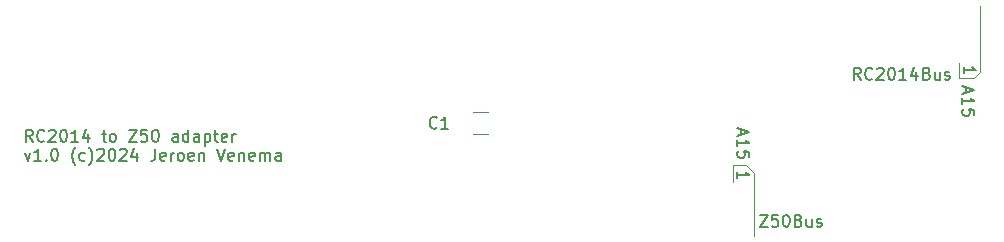
<source format=gto>
G04 #@! TF.GenerationSoftware,KiCad,Pcbnew,8.0.3*
G04 #@! TF.CreationDate,2024-06-22T11:38:29+02:00*
G04 #@! TF.ProjectId,z502rc2014,7a353032-7263-4323-9031-342e6b696361,rev?*
G04 #@! TF.SameCoordinates,Original*
G04 #@! TF.FileFunction,Legend,Top*
G04 #@! TF.FilePolarity,Positive*
%FSLAX46Y46*%
G04 Gerber Fmt 4.6, Leading zero omitted, Abs format (unit mm)*
G04 Created by KiCad (PCBNEW 8.0.3) date 2024-06-22 11:38:29*
%MOMM*%
%LPD*%
G01*
G04 APERTURE LIST*
%ADD10C,0.150000*%
%ADD11C,0.120000*%
%ADD12C,0.100000*%
%ADD13C,1.600000*%
%ADD14R,1.524000X4.500000*%
G04 APERTURE END LIST*
D10*
X254162112Y-99930009D02*
X254304969Y-99977628D01*
X254304969Y-99977628D02*
X254352588Y-100025247D01*
X254352588Y-100025247D02*
X254400207Y-100120485D01*
X254400207Y-100120485D02*
X254400207Y-100263342D01*
X254400207Y-100263342D02*
X254352588Y-100358580D01*
X254352588Y-100358580D02*
X254304969Y-100406200D01*
X254304969Y-100406200D02*
X254209731Y-100453819D01*
X254209731Y-100453819D02*
X253828779Y-100453819D01*
X253828779Y-100453819D02*
X253828779Y-99453819D01*
X253828779Y-99453819D02*
X254162112Y-99453819D01*
X254162112Y-99453819D02*
X254257350Y-99501438D01*
X254257350Y-99501438D02*
X254304969Y-99549057D01*
X254304969Y-99549057D02*
X254352588Y-99644295D01*
X254352588Y-99644295D02*
X254352588Y-99739533D01*
X254352588Y-99739533D02*
X254304969Y-99834771D01*
X254304969Y-99834771D02*
X254257350Y-99882390D01*
X254257350Y-99882390D02*
X254162112Y-99930009D01*
X254162112Y-99930009D02*
X253828779Y-99930009D01*
X255257350Y-99787152D02*
X255257350Y-100453819D01*
X254828779Y-99787152D02*
X254828779Y-100310961D01*
X254828779Y-100310961D02*
X254876398Y-100406200D01*
X254876398Y-100406200D02*
X254971636Y-100453819D01*
X254971636Y-100453819D02*
X255114493Y-100453819D01*
X255114493Y-100453819D02*
X255209731Y-100406200D01*
X255209731Y-100406200D02*
X255257350Y-100358580D01*
X255685922Y-100406200D02*
X255781160Y-100453819D01*
X255781160Y-100453819D02*
X255971636Y-100453819D01*
X255971636Y-100453819D02*
X256066874Y-100406200D01*
X256066874Y-100406200D02*
X256114493Y-100310961D01*
X256114493Y-100310961D02*
X256114493Y-100263342D01*
X256114493Y-100263342D02*
X256066874Y-100168104D01*
X256066874Y-100168104D02*
X255971636Y-100120485D01*
X255971636Y-100120485D02*
X255828779Y-100120485D01*
X255828779Y-100120485D02*
X255733541Y-100072866D01*
X255733541Y-100072866D02*
X255685922Y-99977628D01*
X255685922Y-99977628D02*
X255685922Y-99930009D01*
X255685922Y-99930009D02*
X255733541Y-99834771D01*
X255733541Y-99834771D02*
X255828779Y-99787152D01*
X255828779Y-99787152D02*
X255971636Y-99787152D01*
X255971636Y-99787152D02*
X256066874Y-99834771D01*
X178454207Y-105701875D02*
X178120874Y-105225684D01*
X177882779Y-105701875D02*
X177882779Y-104701875D01*
X177882779Y-104701875D02*
X178263731Y-104701875D01*
X178263731Y-104701875D02*
X178358969Y-104749494D01*
X178358969Y-104749494D02*
X178406588Y-104797113D01*
X178406588Y-104797113D02*
X178454207Y-104892351D01*
X178454207Y-104892351D02*
X178454207Y-105035208D01*
X178454207Y-105035208D02*
X178406588Y-105130446D01*
X178406588Y-105130446D02*
X178358969Y-105178065D01*
X178358969Y-105178065D02*
X178263731Y-105225684D01*
X178263731Y-105225684D02*
X177882779Y-105225684D01*
X179454207Y-105606636D02*
X179406588Y-105654256D01*
X179406588Y-105654256D02*
X179263731Y-105701875D01*
X179263731Y-105701875D02*
X179168493Y-105701875D01*
X179168493Y-105701875D02*
X179025636Y-105654256D01*
X179025636Y-105654256D02*
X178930398Y-105559017D01*
X178930398Y-105559017D02*
X178882779Y-105463779D01*
X178882779Y-105463779D02*
X178835160Y-105273303D01*
X178835160Y-105273303D02*
X178835160Y-105130446D01*
X178835160Y-105130446D02*
X178882779Y-104939970D01*
X178882779Y-104939970D02*
X178930398Y-104844732D01*
X178930398Y-104844732D02*
X179025636Y-104749494D01*
X179025636Y-104749494D02*
X179168493Y-104701875D01*
X179168493Y-104701875D02*
X179263731Y-104701875D01*
X179263731Y-104701875D02*
X179406588Y-104749494D01*
X179406588Y-104749494D02*
X179454207Y-104797113D01*
X179835160Y-104797113D02*
X179882779Y-104749494D01*
X179882779Y-104749494D02*
X179978017Y-104701875D01*
X179978017Y-104701875D02*
X180216112Y-104701875D01*
X180216112Y-104701875D02*
X180311350Y-104749494D01*
X180311350Y-104749494D02*
X180358969Y-104797113D01*
X180358969Y-104797113D02*
X180406588Y-104892351D01*
X180406588Y-104892351D02*
X180406588Y-104987589D01*
X180406588Y-104987589D02*
X180358969Y-105130446D01*
X180358969Y-105130446D02*
X179787541Y-105701875D01*
X179787541Y-105701875D02*
X180406588Y-105701875D01*
X181025636Y-104701875D02*
X181120874Y-104701875D01*
X181120874Y-104701875D02*
X181216112Y-104749494D01*
X181216112Y-104749494D02*
X181263731Y-104797113D01*
X181263731Y-104797113D02*
X181311350Y-104892351D01*
X181311350Y-104892351D02*
X181358969Y-105082827D01*
X181358969Y-105082827D02*
X181358969Y-105320922D01*
X181358969Y-105320922D02*
X181311350Y-105511398D01*
X181311350Y-105511398D02*
X181263731Y-105606636D01*
X181263731Y-105606636D02*
X181216112Y-105654256D01*
X181216112Y-105654256D02*
X181120874Y-105701875D01*
X181120874Y-105701875D02*
X181025636Y-105701875D01*
X181025636Y-105701875D02*
X180930398Y-105654256D01*
X180930398Y-105654256D02*
X180882779Y-105606636D01*
X180882779Y-105606636D02*
X180835160Y-105511398D01*
X180835160Y-105511398D02*
X180787541Y-105320922D01*
X180787541Y-105320922D02*
X180787541Y-105082827D01*
X180787541Y-105082827D02*
X180835160Y-104892351D01*
X180835160Y-104892351D02*
X180882779Y-104797113D01*
X180882779Y-104797113D02*
X180930398Y-104749494D01*
X180930398Y-104749494D02*
X181025636Y-104701875D01*
X182311350Y-105701875D02*
X181739922Y-105701875D01*
X182025636Y-105701875D02*
X182025636Y-104701875D01*
X182025636Y-104701875D02*
X181930398Y-104844732D01*
X181930398Y-104844732D02*
X181835160Y-104939970D01*
X181835160Y-104939970D02*
X181739922Y-104987589D01*
X183168493Y-105035208D02*
X183168493Y-105701875D01*
X182930398Y-104654256D02*
X182692303Y-105368541D01*
X182692303Y-105368541D02*
X183311350Y-105368541D01*
X184311351Y-105035208D02*
X184692303Y-105035208D01*
X184454208Y-104701875D02*
X184454208Y-105559017D01*
X184454208Y-105559017D02*
X184501827Y-105654256D01*
X184501827Y-105654256D02*
X184597065Y-105701875D01*
X184597065Y-105701875D02*
X184692303Y-105701875D01*
X185168494Y-105701875D02*
X185073256Y-105654256D01*
X185073256Y-105654256D02*
X185025637Y-105606636D01*
X185025637Y-105606636D02*
X184978018Y-105511398D01*
X184978018Y-105511398D02*
X184978018Y-105225684D01*
X184978018Y-105225684D02*
X185025637Y-105130446D01*
X185025637Y-105130446D02*
X185073256Y-105082827D01*
X185073256Y-105082827D02*
X185168494Y-105035208D01*
X185168494Y-105035208D02*
X185311351Y-105035208D01*
X185311351Y-105035208D02*
X185406589Y-105082827D01*
X185406589Y-105082827D02*
X185454208Y-105130446D01*
X185454208Y-105130446D02*
X185501827Y-105225684D01*
X185501827Y-105225684D02*
X185501827Y-105511398D01*
X185501827Y-105511398D02*
X185454208Y-105606636D01*
X185454208Y-105606636D02*
X185406589Y-105654256D01*
X185406589Y-105654256D02*
X185311351Y-105701875D01*
X185311351Y-105701875D02*
X185168494Y-105701875D01*
X186597066Y-104701875D02*
X187263732Y-104701875D01*
X187263732Y-104701875D02*
X186597066Y-105701875D01*
X186597066Y-105701875D02*
X187263732Y-105701875D01*
X188120875Y-104701875D02*
X187644685Y-104701875D01*
X187644685Y-104701875D02*
X187597066Y-105178065D01*
X187597066Y-105178065D02*
X187644685Y-105130446D01*
X187644685Y-105130446D02*
X187739923Y-105082827D01*
X187739923Y-105082827D02*
X187978018Y-105082827D01*
X187978018Y-105082827D02*
X188073256Y-105130446D01*
X188073256Y-105130446D02*
X188120875Y-105178065D01*
X188120875Y-105178065D02*
X188168494Y-105273303D01*
X188168494Y-105273303D02*
X188168494Y-105511398D01*
X188168494Y-105511398D02*
X188120875Y-105606636D01*
X188120875Y-105606636D02*
X188073256Y-105654256D01*
X188073256Y-105654256D02*
X187978018Y-105701875D01*
X187978018Y-105701875D02*
X187739923Y-105701875D01*
X187739923Y-105701875D02*
X187644685Y-105654256D01*
X187644685Y-105654256D02*
X187597066Y-105606636D01*
X188787542Y-104701875D02*
X188882780Y-104701875D01*
X188882780Y-104701875D02*
X188978018Y-104749494D01*
X188978018Y-104749494D02*
X189025637Y-104797113D01*
X189025637Y-104797113D02*
X189073256Y-104892351D01*
X189073256Y-104892351D02*
X189120875Y-105082827D01*
X189120875Y-105082827D02*
X189120875Y-105320922D01*
X189120875Y-105320922D02*
X189073256Y-105511398D01*
X189073256Y-105511398D02*
X189025637Y-105606636D01*
X189025637Y-105606636D02*
X188978018Y-105654256D01*
X188978018Y-105654256D02*
X188882780Y-105701875D01*
X188882780Y-105701875D02*
X188787542Y-105701875D01*
X188787542Y-105701875D02*
X188692304Y-105654256D01*
X188692304Y-105654256D02*
X188644685Y-105606636D01*
X188644685Y-105606636D02*
X188597066Y-105511398D01*
X188597066Y-105511398D02*
X188549447Y-105320922D01*
X188549447Y-105320922D02*
X188549447Y-105082827D01*
X188549447Y-105082827D02*
X188597066Y-104892351D01*
X188597066Y-104892351D02*
X188644685Y-104797113D01*
X188644685Y-104797113D02*
X188692304Y-104749494D01*
X188692304Y-104749494D02*
X188787542Y-104701875D01*
X190739923Y-105701875D02*
X190739923Y-105178065D01*
X190739923Y-105178065D02*
X190692304Y-105082827D01*
X190692304Y-105082827D02*
X190597066Y-105035208D01*
X190597066Y-105035208D02*
X190406590Y-105035208D01*
X190406590Y-105035208D02*
X190311352Y-105082827D01*
X190739923Y-105654256D02*
X190644685Y-105701875D01*
X190644685Y-105701875D02*
X190406590Y-105701875D01*
X190406590Y-105701875D02*
X190311352Y-105654256D01*
X190311352Y-105654256D02*
X190263733Y-105559017D01*
X190263733Y-105559017D02*
X190263733Y-105463779D01*
X190263733Y-105463779D02*
X190311352Y-105368541D01*
X190311352Y-105368541D02*
X190406590Y-105320922D01*
X190406590Y-105320922D02*
X190644685Y-105320922D01*
X190644685Y-105320922D02*
X190739923Y-105273303D01*
X191644685Y-105701875D02*
X191644685Y-104701875D01*
X191644685Y-105654256D02*
X191549447Y-105701875D01*
X191549447Y-105701875D02*
X191358971Y-105701875D01*
X191358971Y-105701875D02*
X191263733Y-105654256D01*
X191263733Y-105654256D02*
X191216114Y-105606636D01*
X191216114Y-105606636D02*
X191168495Y-105511398D01*
X191168495Y-105511398D02*
X191168495Y-105225684D01*
X191168495Y-105225684D02*
X191216114Y-105130446D01*
X191216114Y-105130446D02*
X191263733Y-105082827D01*
X191263733Y-105082827D02*
X191358971Y-105035208D01*
X191358971Y-105035208D02*
X191549447Y-105035208D01*
X191549447Y-105035208D02*
X191644685Y-105082827D01*
X192549447Y-105701875D02*
X192549447Y-105178065D01*
X192549447Y-105178065D02*
X192501828Y-105082827D01*
X192501828Y-105082827D02*
X192406590Y-105035208D01*
X192406590Y-105035208D02*
X192216114Y-105035208D01*
X192216114Y-105035208D02*
X192120876Y-105082827D01*
X192549447Y-105654256D02*
X192454209Y-105701875D01*
X192454209Y-105701875D02*
X192216114Y-105701875D01*
X192216114Y-105701875D02*
X192120876Y-105654256D01*
X192120876Y-105654256D02*
X192073257Y-105559017D01*
X192073257Y-105559017D02*
X192073257Y-105463779D01*
X192073257Y-105463779D02*
X192120876Y-105368541D01*
X192120876Y-105368541D02*
X192216114Y-105320922D01*
X192216114Y-105320922D02*
X192454209Y-105320922D01*
X192454209Y-105320922D02*
X192549447Y-105273303D01*
X193025638Y-105035208D02*
X193025638Y-106035208D01*
X193025638Y-105082827D02*
X193120876Y-105035208D01*
X193120876Y-105035208D02*
X193311352Y-105035208D01*
X193311352Y-105035208D02*
X193406590Y-105082827D01*
X193406590Y-105082827D02*
X193454209Y-105130446D01*
X193454209Y-105130446D02*
X193501828Y-105225684D01*
X193501828Y-105225684D02*
X193501828Y-105511398D01*
X193501828Y-105511398D02*
X193454209Y-105606636D01*
X193454209Y-105606636D02*
X193406590Y-105654256D01*
X193406590Y-105654256D02*
X193311352Y-105701875D01*
X193311352Y-105701875D02*
X193120876Y-105701875D01*
X193120876Y-105701875D02*
X193025638Y-105654256D01*
X193787543Y-105035208D02*
X194168495Y-105035208D01*
X193930400Y-104701875D02*
X193930400Y-105559017D01*
X193930400Y-105559017D02*
X193978019Y-105654256D01*
X193978019Y-105654256D02*
X194073257Y-105701875D01*
X194073257Y-105701875D02*
X194168495Y-105701875D01*
X194882781Y-105654256D02*
X194787543Y-105701875D01*
X194787543Y-105701875D02*
X194597067Y-105701875D01*
X194597067Y-105701875D02*
X194501829Y-105654256D01*
X194501829Y-105654256D02*
X194454210Y-105559017D01*
X194454210Y-105559017D02*
X194454210Y-105178065D01*
X194454210Y-105178065D02*
X194501829Y-105082827D01*
X194501829Y-105082827D02*
X194597067Y-105035208D01*
X194597067Y-105035208D02*
X194787543Y-105035208D01*
X194787543Y-105035208D02*
X194882781Y-105082827D01*
X194882781Y-105082827D02*
X194930400Y-105178065D01*
X194930400Y-105178065D02*
X194930400Y-105273303D01*
X194930400Y-105273303D02*
X194454210Y-105368541D01*
X195358972Y-105701875D02*
X195358972Y-105035208D01*
X195358972Y-105225684D02*
X195406591Y-105130446D01*
X195406591Y-105130446D02*
X195454210Y-105082827D01*
X195454210Y-105082827D02*
X195549448Y-105035208D01*
X195549448Y-105035208D02*
X195644686Y-105035208D01*
X177787541Y-106645152D02*
X178025636Y-107311819D01*
X178025636Y-107311819D02*
X178263731Y-106645152D01*
X179168493Y-107311819D02*
X178597065Y-107311819D01*
X178882779Y-107311819D02*
X178882779Y-106311819D01*
X178882779Y-106311819D02*
X178787541Y-106454676D01*
X178787541Y-106454676D02*
X178692303Y-106549914D01*
X178692303Y-106549914D02*
X178597065Y-106597533D01*
X179597065Y-107216580D02*
X179644684Y-107264200D01*
X179644684Y-107264200D02*
X179597065Y-107311819D01*
X179597065Y-107311819D02*
X179549446Y-107264200D01*
X179549446Y-107264200D02*
X179597065Y-107216580D01*
X179597065Y-107216580D02*
X179597065Y-107311819D01*
X180263731Y-106311819D02*
X180358969Y-106311819D01*
X180358969Y-106311819D02*
X180454207Y-106359438D01*
X180454207Y-106359438D02*
X180501826Y-106407057D01*
X180501826Y-106407057D02*
X180549445Y-106502295D01*
X180549445Y-106502295D02*
X180597064Y-106692771D01*
X180597064Y-106692771D02*
X180597064Y-106930866D01*
X180597064Y-106930866D02*
X180549445Y-107121342D01*
X180549445Y-107121342D02*
X180501826Y-107216580D01*
X180501826Y-107216580D02*
X180454207Y-107264200D01*
X180454207Y-107264200D02*
X180358969Y-107311819D01*
X180358969Y-107311819D02*
X180263731Y-107311819D01*
X180263731Y-107311819D02*
X180168493Y-107264200D01*
X180168493Y-107264200D02*
X180120874Y-107216580D01*
X180120874Y-107216580D02*
X180073255Y-107121342D01*
X180073255Y-107121342D02*
X180025636Y-106930866D01*
X180025636Y-106930866D02*
X180025636Y-106692771D01*
X180025636Y-106692771D02*
X180073255Y-106502295D01*
X180073255Y-106502295D02*
X180120874Y-106407057D01*
X180120874Y-106407057D02*
X180168493Y-106359438D01*
X180168493Y-106359438D02*
X180263731Y-106311819D01*
X182073255Y-107692771D02*
X182025636Y-107645152D01*
X182025636Y-107645152D02*
X181930398Y-107502295D01*
X181930398Y-107502295D02*
X181882779Y-107407057D01*
X181882779Y-107407057D02*
X181835160Y-107264200D01*
X181835160Y-107264200D02*
X181787541Y-107026104D01*
X181787541Y-107026104D02*
X181787541Y-106835628D01*
X181787541Y-106835628D02*
X181835160Y-106597533D01*
X181835160Y-106597533D02*
X181882779Y-106454676D01*
X181882779Y-106454676D02*
X181930398Y-106359438D01*
X181930398Y-106359438D02*
X182025636Y-106216580D01*
X182025636Y-106216580D02*
X182073255Y-106168961D01*
X182882779Y-107264200D02*
X182787541Y-107311819D01*
X182787541Y-107311819D02*
X182597065Y-107311819D01*
X182597065Y-107311819D02*
X182501827Y-107264200D01*
X182501827Y-107264200D02*
X182454208Y-107216580D01*
X182454208Y-107216580D02*
X182406589Y-107121342D01*
X182406589Y-107121342D02*
X182406589Y-106835628D01*
X182406589Y-106835628D02*
X182454208Y-106740390D01*
X182454208Y-106740390D02*
X182501827Y-106692771D01*
X182501827Y-106692771D02*
X182597065Y-106645152D01*
X182597065Y-106645152D02*
X182787541Y-106645152D01*
X182787541Y-106645152D02*
X182882779Y-106692771D01*
X183216113Y-107692771D02*
X183263732Y-107645152D01*
X183263732Y-107645152D02*
X183358970Y-107502295D01*
X183358970Y-107502295D02*
X183406589Y-107407057D01*
X183406589Y-107407057D02*
X183454208Y-107264200D01*
X183454208Y-107264200D02*
X183501827Y-107026104D01*
X183501827Y-107026104D02*
X183501827Y-106835628D01*
X183501827Y-106835628D02*
X183454208Y-106597533D01*
X183454208Y-106597533D02*
X183406589Y-106454676D01*
X183406589Y-106454676D02*
X183358970Y-106359438D01*
X183358970Y-106359438D02*
X183263732Y-106216580D01*
X183263732Y-106216580D02*
X183216113Y-106168961D01*
X183930399Y-106407057D02*
X183978018Y-106359438D01*
X183978018Y-106359438D02*
X184073256Y-106311819D01*
X184073256Y-106311819D02*
X184311351Y-106311819D01*
X184311351Y-106311819D02*
X184406589Y-106359438D01*
X184406589Y-106359438D02*
X184454208Y-106407057D01*
X184454208Y-106407057D02*
X184501827Y-106502295D01*
X184501827Y-106502295D02*
X184501827Y-106597533D01*
X184501827Y-106597533D02*
X184454208Y-106740390D01*
X184454208Y-106740390D02*
X183882780Y-107311819D01*
X183882780Y-107311819D02*
X184501827Y-107311819D01*
X185120875Y-106311819D02*
X185216113Y-106311819D01*
X185216113Y-106311819D02*
X185311351Y-106359438D01*
X185311351Y-106359438D02*
X185358970Y-106407057D01*
X185358970Y-106407057D02*
X185406589Y-106502295D01*
X185406589Y-106502295D02*
X185454208Y-106692771D01*
X185454208Y-106692771D02*
X185454208Y-106930866D01*
X185454208Y-106930866D02*
X185406589Y-107121342D01*
X185406589Y-107121342D02*
X185358970Y-107216580D01*
X185358970Y-107216580D02*
X185311351Y-107264200D01*
X185311351Y-107264200D02*
X185216113Y-107311819D01*
X185216113Y-107311819D02*
X185120875Y-107311819D01*
X185120875Y-107311819D02*
X185025637Y-107264200D01*
X185025637Y-107264200D02*
X184978018Y-107216580D01*
X184978018Y-107216580D02*
X184930399Y-107121342D01*
X184930399Y-107121342D02*
X184882780Y-106930866D01*
X184882780Y-106930866D02*
X184882780Y-106692771D01*
X184882780Y-106692771D02*
X184930399Y-106502295D01*
X184930399Y-106502295D02*
X184978018Y-106407057D01*
X184978018Y-106407057D02*
X185025637Y-106359438D01*
X185025637Y-106359438D02*
X185120875Y-106311819D01*
X185835161Y-106407057D02*
X185882780Y-106359438D01*
X185882780Y-106359438D02*
X185978018Y-106311819D01*
X185978018Y-106311819D02*
X186216113Y-106311819D01*
X186216113Y-106311819D02*
X186311351Y-106359438D01*
X186311351Y-106359438D02*
X186358970Y-106407057D01*
X186358970Y-106407057D02*
X186406589Y-106502295D01*
X186406589Y-106502295D02*
X186406589Y-106597533D01*
X186406589Y-106597533D02*
X186358970Y-106740390D01*
X186358970Y-106740390D02*
X185787542Y-107311819D01*
X185787542Y-107311819D02*
X186406589Y-107311819D01*
X187263732Y-106645152D02*
X187263732Y-107311819D01*
X187025637Y-106264200D02*
X186787542Y-106978485D01*
X186787542Y-106978485D02*
X187406589Y-106978485D01*
X188835161Y-106311819D02*
X188835161Y-107026104D01*
X188835161Y-107026104D02*
X188787542Y-107168961D01*
X188787542Y-107168961D02*
X188692304Y-107264200D01*
X188692304Y-107264200D02*
X188549447Y-107311819D01*
X188549447Y-107311819D02*
X188454209Y-107311819D01*
X189692304Y-107264200D02*
X189597066Y-107311819D01*
X189597066Y-107311819D02*
X189406590Y-107311819D01*
X189406590Y-107311819D02*
X189311352Y-107264200D01*
X189311352Y-107264200D02*
X189263733Y-107168961D01*
X189263733Y-107168961D02*
X189263733Y-106788009D01*
X189263733Y-106788009D02*
X189311352Y-106692771D01*
X189311352Y-106692771D02*
X189406590Y-106645152D01*
X189406590Y-106645152D02*
X189597066Y-106645152D01*
X189597066Y-106645152D02*
X189692304Y-106692771D01*
X189692304Y-106692771D02*
X189739923Y-106788009D01*
X189739923Y-106788009D02*
X189739923Y-106883247D01*
X189739923Y-106883247D02*
X189263733Y-106978485D01*
X190168495Y-107311819D02*
X190168495Y-106645152D01*
X190168495Y-106835628D02*
X190216114Y-106740390D01*
X190216114Y-106740390D02*
X190263733Y-106692771D01*
X190263733Y-106692771D02*
X190358971Y-106645152D01*
X190358971Y-106645152D02*
X190454209Y-106645152D01*
X190930400Y-107311819D02*
X190835162Y-107264200D01*
X190835162Y-107264200D02*
X190787543Y-107216580D01*
X190787543Y-107216580D02*
X190739924Y-107121342D01*
X190739924Y-107121342D02*
X190739924Y-106835628D01*
X190739924Y-106835628D02*
X190787543Y-106740390D01*
X190787543Y-106740390D02*
X190835162Y-106692771D01*
X190835162Y-106692771D02*
X190930400Y-106645152D01*
X190930400Y-106645152D02*
X191073257Y-106645152D01*
X191073257Y-106645152D02*
X191168495Y-106692771D01*
X191168495Y-106692771D02*
X191216114Y-106740390D01*
X191216114Y-106740390D02*
X191263733Y-106835628D01*
X191263733Y-106835628D02*
X191263733Y-107121342D01*
X191263733Y-107121342D02*
X191216114Y-107216580D01*
X191216114Y-107216580D02*
X191168495Y-107264200D01*
X191168495Y-107264200D02*
X191073257Y-107311819D01*
X191073257Y-107311819D02*
X190930400Y-107311819D01*
X192073257Y-107264200D02*
X191978019Y-107311819D01*
X191978019Y-107311819D02*
X191787543Y-107311819D01*
X191787543Y-107311819D02*
X191692305Y-107264200D01*
X191692305Y-107264200D02*
X191644686Y-107168961D01*
X191644686Y-107168961D02*
X191644686Y-106788009D01*
X191644686Y-106788009D02*
X191692305Y-106692771D01*
X191692305Y-106692771D02*
X191787543Y-106645152D01*
X191787543Y-106645152D02*
X191978019Y-106645152D01*
X191978019Y-106645152D02*
X192073257Y-106692771D01*
X192073257Y-106692771D02*
X192120876Y-106788009D01*
X192120876Y-106788009D02*
X192120876Y-106883247D01*
X192120876Y-106883247D02*
X191644686Y-106978485D01*
X192549448Y-106645152D02*
X192549448Y-107311819D01*
X192549448Y-106740390D02*
X192597067Y-106692771D01*
X192597067Y-106692771D02*
X192692305Y-106645152D01*
X192692305Y-106645152D02*
X192835162Y-106645152D01*
X192835162Y-106645152D02*
X192930400Y-106692771D01*
X192930400Y-106692771D02*
X192978019Y-106788009D01*
X192978019Y-106788009D02*
X192978019Y-107311819D01*
X194073258Y-106311819D02*
X194406591Y-107311819D01*
X194406591Y-107311819D02*
X194739924Y-106311819D01*
X195454210Y-107264200D02*
X195358972Y-107311819D01*
X195358972Y-107311819D02*
X195168496Y-107311819D01*
X195168496Y-107311819D02*
X195073258Y-107264200D01*
X195073258Y-107264200D02*
X195025639Y-107168961D01*
X195025639Y-107168961D02*
X195025639Y-106788009D01*
X195025639Y-106788009D02*
X195073258Y-106692771D01*
X195073258Y-106692771D02*
X195168496Y-106645152D01*
X195168496Y-106645152D02*
X195358972Y-106645152D01*
X195358972Y-106645152D02*
X195454210Y-106692771D01*
X195454210Y-106692771D02*
X195501829Y-106788009D01*
X195501829Y-106788009D02*
X195501829Y-106883247D01*
X195501829Y-106883247D02*
X195025639Y-106978485D01*
X195930401Y-106645152D02*
X195930401Y-107311819D01*
X195930401Y-106740390D02*
X195978020Y-106692771D01*
X195978020Y-106692771D02*
X196073258Y-106645152D01*
X196073258Y-106645152D02*
X196216115Y-106645152D01*
X196216115Y-106645152D02*
X196311353Y-106692771D01*
X196311353Y-106692771D02*
X196358972Y-106788009D01*
X196358972Y-106788009D02*
X196358972Y-107311819D01*
X197216115Y-107264200D02*
X197120877Y-107311819D01*
X197120877Y-107311819D02*
X196930401Y-107311819D01*
X196930401Y-107311819D02*
X196835163Y-107264200D01*
X196835163Y-107264200D02*
X196787544Y-107168961D01*
X196787544Y-107168961D02*
X196787544Y-106788009D01*
X196787544Y-106788009D02*
X196835163Y-106692771D01*
X196835163Y-106692771D02*
X196930401Y-106645152D01*
X196930401Y-106645152D02*
X197120877Y-106645152D01*
X197120877Y-106645152D02*
X197216115Y-106692771D01*
X197216115Y-106692771D02*
X197263734Y-106788009D01*
X197263734Y-106788009D02*
X197263734Y-106883247D01*
X197263734Y-106883247D02*
X196787544Y-106978485D01*
X197692306Y-107311819D02*
X197692306Y-106645152D01*
X197692306Y-106740390D02*
X197739925Y-106692771D01*
X197739925Y-106692771D02*
X197835163Y-106645152D01*
X197835163Y-106645152D02*
X197978020Y-106645152D01*
X197978020Y-106645152D02*
X198073258Y-106692771D01*
X198073258Y-106692771D02*
X198120877Y-106788009D01*
X198120877Y-106788009D02*
X198120877Y-107311819D01*
X198120877Y-106788009D02*
X198168496Y-106692771D01*
X198168496Y-106692771D02*
X198263734Y-106645152D01*
X198263734Y-106645152D02*
X198406591Y-106645152D01*
X198406591Y-106645152D02*
X198501830Y-106692771D01*
X198501830Y-106692771D02*
X198549449Y-106788009D01*
X198549449Y-106788009D02*
X198549449Y-107311819D01*
X199454210Y-107311819D02*
X199454210Y-106788009D01*
X199454210Y-106788009D02*
X199406591Y-106692771D01*
X199406591Y-106692771D02*
X199311353Y-106645152D01*
X199311353Y-106645152D02*
X199120877Y-106645152D01*
X199120877Y-106645152D02*
X199025639Y-106692771D01*
X199454210Y-107264200D02*
X199358972Y-107311819D01*
X199358972Y-107311819D02*
X199120877Y-107311819D01*
X199120877Y-107311819D02*
X199025639Y-107264200D01*
X199025639Y-107264200D02*
X198978020Y-107168961D01*
X198978020Y-107168961D02*
X198978020Y-107073723D01*
X198978020Y-107073723D02*
X199025639Y-106978485D01*
X199025639Y-106978485D02*
X199120877Y-106930866D01*
X199120877Y-106930866D02*
X199358972Y-106930866D01*
X199358972Y-106930866D02*
X199454210Y-106883247D01*
X238413895Y-104683160D02*
X238413895Y-105159350D01*
X238128180Y-104587922D02*
X239128180Y-104921255D01*
X239128180Y-104921255D02*
X238128180Y-105254588D01*
X238128180Y-106111731D02*
X238128180Y-105540303D01*
X238128180Y-105826017D02*
X239128180Y-105826017D01*
X239128180Y-105826017D02*
X238985323Y-105730779D01*
X238985323Y-105730779D02*
X238890085Y-105635541D01*
X238890085Y-105635541D02*
X238842466Y-105540303D01*
X239128180Y-107016493D02*
X239128180Y-106540303D01*
X239128180Y-106540303D02*
X238651990Y-106492684D01*
X238651990Y-106492684D02*
X238699609Y-106540303D01*
X238699609Y-106540303D02*
X238747228Y-106635541D01*
X238747228Y-106635541D02*
X238747228Y-106873636D01*
X238747228Y-106873636D02*
X238699609Y-106968874D01*
X238699609Y-106968874D02*
X238651990Y-107016493D01*
X238651990Y-107016493D02*
X238556752Y-107064112D01*
X238556752Y-107064112D02*
X238318657Y-107064112D01*
X238318657Y-107064112D02*
X238223419Y-107016493D01*
X238223419Y-107016493D02*
X238175800Y-106968874D01*
X238175800Y-106968874D02*
X238128180Y-106873636D01*
X238128180Y-106873636D02*
X238128180Y-106635541D01*
X238128180Y-106635541D02*
X238175800Y-106540303D01*
X238175800Y-106540303D02*
X238223419Y-106492684D01*
X257463895Y-101127160D02*
X257463895Y-101603350D01*
X257178180Y-101031922D02*
X258178180Y-101365255D01*
X258178180Y-101365255D02*
X257178180Y-101698588D01*
X257178180Y-102555731D02*
X257178180Y-101984303D01*
X257178180Y-102270017D02*
X258178180Y-102270017D01*
X258178180Y-102270017D02*
X258035323Y-102174779D01*
X258035323Y-102174779D02*
X257940085Y-102079541D01*
X257940085Y-102079541D02*
X257892466Y-101984303D01*
X258178180Y-103460493D02*
X258178180Y-102984303D01*
X258178180Y-102984303D02*
X257701990Y-102936684D01*
X257701990Y-102936684D02*
X257749609Y-102984303D01*
X257749609Y-102984303D02*
X257797228Y-103079541D01*
X257797228Y-103079541D02*
X257797228Y-103317636D01*
X257797228Y-103317636D02*
X257749609Y-103412874D01*
X257749609Y-103412874D02*
X257701990Y-103460493D01*
X257701990Y-103460493D02*
X257606752Y-103508112D01*
X257606752Y-103508112D02*
X257368657Y-103508112D01*
X257368657Y-103508112D02*
X257273419Y-103460493D01*
X257273419Y-103460493D02*
X257225800Y-103412874D01*
X257225800Y-103412874D02*
X257178180Y-103317636D01*
X257178180Y-103317636D02*
X257178180Y-103079541D01*
X257178180Y-103079541D02*
X257225800Y-102984303D01*
X257225800Y-102984303D02*
X257273419Y-102936684D01*
X212685333Y-104499580D02*
X212637714Y-104547200D01*
X212637714Y-104547200D02*
X212494857Y-104594819D01*
X212494857Y-104594819D02*
X212399619Y-104594819D01*
X212399619Y-104594819D02*
X212256762Y-104547200D01*
X212256762Y-104547200D02*
X212161524Y-104451961D01*
X212161524Y-104451961D02*
X212113905Y-104356723D01*
X212113905Y-104356723D02*
X212066286Y-104166247D01*
X212066286Y-104166247D02*
X212066286Y-104023390D01*
X212066286Y-104023390D02*
X212113905Y-103832914D01*
X212113905Y-103832914D02*
X212161524Y-103737676D01*
X212161524Y-103737676D02*
X212256762Y-103642438D01*
X212256762Y-103642438D02*
X212399619Y-103594819D01*
X212399619Y-103594819D02*
X212494857Y-103594819D01*
X212494857Y-103594819D02*
X212637714Y-103642438D01*
X212637714Y-103642438D02*
X212685333Y-103690057D01*
X213637714Y-104594819D02*
X213066286Y-104594819D01*
X213352000Y-104594819D02*
X213352000Y-103594819D01*
X213352000Y-103594819D02*
X213256762Y-103737676D01*
X213256762Y-103737676D02*
X213161524Y-103832914D01*
X213161524Y-103832914D02*
X213066286Y-103880533D01*
X238122180Y-108804588D02*
X238122180Y-108233160D01*
X238122180Y-108518874D02*
X239122180Y-108518874D01*
X239122180Y-108518874D02*
X238979323Y-108423636D01*
X238979323Y-108423636D02*
X238884085Y-108328398D01*
X238884085Y-108328398D02*
X238836466Y-108233160D01*
X240017541Y-111899819D02*
X240684207Y-111899819D01*
X240684207Y-111899819D02*
X240017541Y-112899819D01*
X240017541Y-112899819D02*
X240684207Y-112899819D01*
X241541350Y-111899819D02*
X241065160Y-111899819D01*
X241065160Y-111899819D02*
X241017541Y-112376009D01*
X241017541Y-112376009D02*
X241065160Y-112328390D01*
X241065160Y-112328390D02*
X241160398Y-112280771D01*
X241160398Y-112280771D02*
X241398493Y-112280771D01*
X241398493Y-112280771D02*
X241493731Y-112328390D01*
X241493731Y-112328390D02*
X241541350Y-112376009D01*
X241541350Y-112376009D02*
X241588969Y-112471247D01*
X241588969Y-112471247D02*
X241588969Y-112709342D01*
X241588969Y-112709342D02*
X241541350Y-112804580D01*
X241541350Y-112804580D02*
X241493731Y-112852200D01*
X241493731Y-112852200D02*
X241398493Y-112899819D01*
X241398493Y-112899819D02*
X241160398Y-112899819D01*
X241160398Y-112899819D02*
X241065160Y-112852200D01*
X241065160Y-112852200D02*
X241017541Y-112804580D01*
X242208017Y-111899819D02*
X242303255Y-111899819D01*
X242303255Y-111899819D02*
X242398493Y-111947438D01*
X242398493Y-111947438D02*
X242446112Y-111995057D01*
X242446112Y-111995057D02*
X242493731Y-112090295D01*
X242493731Y-112090295D02*
X242541350Y-112280771D01*
X242541350Y-112280771D02*
X242541350Y-112518866D01*
X242541350Y-112518866D02*
X242493731Y-112709342D01*
X242493731Y-112709342D02*
X242446112Y-112804580D01*
X242446112Y-112804580D02*
X242398493Y-112852200D01*
X242398493Y-112852200D02*
X242303255Y-112899819D01*
X242303255Y-112899819D02*
X242208017Y-112899819D01*
X242208017Y-112899819D02*
X242112779Y-112852200D01*
X242112779Y-112852200D02*
X242065160Y-112804580D01*
X242065160Y-112804580D02*
X242017541Y-112709342D01*
X242017541Y-112709342D02*
X241969922Y-112518866D01*
X241969922Y-112518866D02*
X241969922Y-112280771D01*
X241969922Y-112280771D02*
X242017541Y-112090295D01*
X242017541Y-112090295D02*
X242065160Y-111995057D01*
X242065160Y-111995057D02*
X242112779Y-111947438D01*
X242112779Y-111947438D02*
X242208017Y-111899819D01*
X243303255Y-112376009D02*
X243446112Y-112423628D01*
X243446112Y-112423628D02*
X243493731Y-112471247D01*
X243493731Y-112471247D02*
X243541350Y-112566485D01*
X243541350Y-112566485D02*
X243541350Y-112709342D01*
X243541350Y-112709342D02*
X243493731Y-112804580D01*
X243493731Y-112804580D02*
X243446112Y-112852200D01*
X243446112Y-112852200D02*
X243350874Y-112899819D01*
X243350874Y-112899819D02*
X242969922Y-112899819D01*
X242969922Y-112899819D02*
X242969922Y-111899819D01*
X242969922Y-111899819D02*
X243303255Y-111899819D01*
X243303255Y-111899819D02*
X243398493Y-111947438D01*
X243398493Y-111947438D02*
X243446112Y-111995057D01*
X243446112Y-111995057D02*
X243493731Y-112090295D01*
X243493731Y-112090295D02*
X243493731Y-112185533D01*
X243493731Y-112185533D02*
X243446112Y-112280771D01*
X243446112Y-112280771D02*
X243398493Y-112328390D01*
X243398493Y-112328390D02*
X243303255Y-112376009D01*
X243303255Y-112376009D02*
X242969922Y-112376009D01*
X244398493Y-112233152D02*
X244398493Y-112899819D01*
X243969922Y-112233152D02*
X243969922Y-112756961D01*
X243969922Y-112756961D02*
X244017541Y-112852200D01*
X244017541Y-112852200D02*
X244112779Y-112899819D01*
X244112779Y-112899819D02*
X244255636Y-112899819D01*
X244255636Y-112899819D02*
X244350874Y-112852200D01*
X244350874Y-112852200D02*
X244398493Y-112804580D01*
X244827065Y-112852200D02*
X244922303Y-112899819D01*
X244922303Y-112899819D02*
X245112779Y-112899819D01*
X245112779Y-112899819D02*
X245208017Y-112852200D01*
X245208017Y-112852200D02*
X245255636Y-112756961D01*
X245255636Y-112756961D02*
X245255636Y-112709342D01*
X245255636Y-112709342D02*
X245208017Y-112614104D01*
X245208017Y-112614104D02*
X245112779Y-112566485D01*
X245112779Y-112566485D02*
X244969922Y-112566485D01*
X244969922Y-112566485D02*
X244874684Y-112518866D01*
X244874684Y-112518866D02*
X244827065Y-112423628D01*
X244827065Y-112423628D02*
X244827065Y-112376009D01*
X244827065Y-112376009D02*
X244874684Y-112280771D01*
X244874684Y-112280771D02*
X244969922Y-112233152D01*
X244969922Y-112233152D02*
X245112779Y-112233152D01*
X245112779Y-112233152D02*
X245208017Y-112280771D01*
X248558207Y-100453819D02*
X248224874Y-99977628D01*
X247986779Y-100453819D02*
X247986779Y-99453819D01*
X247986779Y-99453819D02*
X248367731Y-99453819D01*
X248367731Y-99453819D02*
X248462969Y-99501438D01*
X248462969Y-99501438D02*
X248510588Y-99549057D01*
X248510588Y-99549057D02*
X248558207Y-99644295D01*
X248558207Y-99644295D02*
X248558207Y-99787152D01*
X248558207Y-99787152D02*
X248510588Y-99882390D01*
X248510588Y-99882390D02*
X248462969Y-99930009D01*
X248462969Y-99930009D02*
X248367731Y-99977628D01*
X248367731Y-99977628D02*
X247986779Y-99977628D01*
X249558207Y-100358580D02*
X249510588Y-100406200D01*
X249510588Y-100406200D02*
X249367731Y-100453819D01*
X249367731Y-100453819D02*
X249272493Y-100453819D01*
X249272493Y-100453819D02*
X249129636Y-100406200D01*
X249129636Y-100406200D02*
X249034398Y-100310961D01*
X249034398Y-100310961D02*
X248986779Y-100215723D01*
X248986779Y-100215723D02*
X248939160Y-100025247D01*
X248939160Y-100025247D02*
X248939160Y-99882390D01*
X248939160Y-99882390D02*
X248986779Y-99691914D01*
X248986779Y-99691914D02*
X249034398Y-99596676D01*
X249034398Y-99596676D02*
X249129636Y-99501438D01*
X249129636Y-99501438D02*
X249272493Y-99453819D01*
X249272493Y-99453819D02*
X249367731Y-99453819D01*
X249367731Y-99453819D02*
X249510588Y-99501438D01*
X249510588Y-99501438D02*
X249558207Y-99549057D01*
X249939160Y-99549057D02*
X249986779Y-99501438D01*
X249986779Y-99501438D02*
X250082017Y-99453819D01*
X250082017Y-99453819D02*
X250320112Y-99453819D01*
X250320112Y-99453819D02*
X250415350Y-99501438D01*
X250415350Y-99501438D02*
X250462969Y-99549057D01*
X250462969Y-99549057D02*
X250510588Y-99644295D01*
X250510588Y-99644295D02*
X250510588Y-99739533D01*
X250510588Y-99739533D02*
X250462969Y-99882390D01*
X250462969Y-99882390D02*
X249891541Y-100453819D01*
X249891541Y-100453819D02*
X250510588Y-100453819D01*
X251129636Y-99453819D02*
X251224874Y-99453819D01*
X251224874Y-99453819D02*
X251320112Y-99501438D01*
X251320112Y-99501438D02*
X251367731Y-99549057D01*
X251367731Y-99549057D02*
X251415350Y-99644295D01*
X251415350Y-99644295D02*
X251462969Y-99834771D01*
X251462969Y-99834771D02*
X251462969Y-100072866D01*
X251462969Y-100072866D02*
X251415350Y-100263342D01*
X251415350Y-100263342D02*
X251367731Y-100358580D01*
X251367731Y-100358580D02*
X251320112Y-100406200D01*
X251320112Y-100406200D02*
X251224874Y-100453819D01*
X251224874Y-100453819D02*
X251129636Y-100453819D01*
X251129636Y-100453819D02*
X251034398Y-100406200D01*
X251034398Y-100406200D02*
X250986779Y-100358580D01*
X250986779Y-100358580D02*
X250939160Y-100263342D01*
X250939160Y-100263342D02*
X250891541Y-100072866D01*
X250891541Y-100072866D02*
X250891541Y-99834771D01*
X250891541Y-99834771D02*
X250939160Y-99644295D01*
X250939160Y-99644295D02*
X250986779Y-99549057D01*
X250986779Y-99549057D02*
X251034398Y-99501438D01*
X251034398Y-99501438D02*
X251129636Y-99453819D01*
X252415350Y-100453819D02*
X251843922Y-100453819D01*
X252129636Y-100453819D02*
X252129636Y-99453819D01*
X252129636Y-99453819D02*
X252034398Y-99596676D01*
X252034398Y-99596676D02*
X251939160Y-99691914D01*
X251939160Y-99691914D02*
X251843922Y-99739533D01*
X253272493Y-99787152D02*
X253272493Y-100453819D01*
X253034398Y-99406200D02*
X252796303Y-100120485D01*
X252796303Y-100120485D02*
X253415350Y-100120485D01*
X257280180Y-99920588D02*
X257280180Y-99349160D01*
X257280180Y-99634874D02*
X258280180Y-99634874D01*
X258280180Y-99634874D02*
X258137323Y-99539636D01*
X258137323Y-99539636D02*
X258042085Y-99444398D01*
X258042085Y-99444398D02*
X257994466Y-99349160D01*
D11*
X215759000Y-103220000D02*
X217017000Y-103220000D01*
X215759000Y-105060000D02*
X217017000Y-105060000D01*
D12*
X237738000Y-107690000D02*
X238881000Y-107690000D01*
X237738000Y-109087000D02*
X237738000Y-107690000D01*
X238881000Y-107690000D02*
X239516000Y-108325000D01*
X239516000Y-108325000D02*
X239516000Y-113659000D01*
X258674000Y-99822000D02*
X258166000Y-100330000D01*
X258674000Y-98679000D02*
X258674000Y-99822000D01*
X258674000Y-94234000D02*
X258674000Y-98679000D01*
X258166000Y-100330000D02*
X256896000Y-100330000D01*
X256896000Y-100330000D02*
X256896000Y-99060000D01*
%LPC*%
D13*
X215138000Y-104140000D03*
X217638000Y-104140000D03*
D14*
X238500000Y-111500000D03*
X235960000Y-111500000D03*
X233420000Y-111500000D03*
X230880000Y-111500000D03*
X228340000Y-111500000D03*
X225800000Y-111500000D03*
X223260000Y-111500000D03*
X220720000Y-111500000D03*
X218180000Y-111500000D03*
X215640000Y-111500000D03*
X213100000Y-111500000D03*
X210560000Y-111500000D03*
X208020000Y-111500000D03*
X205480000Y-111500000D03*
X202940000Y-111500000D03*
X200400000Y-111500000D03*
X197860000Y-111500000D03*
X195320000Y-111500000D03*
X192780000Y-111500000D03*
X190240000Y-111500000D03*
X187700000Y-111500000D03*
X185160000Y-111500000D03*
X182620000Y-111500000D03*
X180080000Y-111500000D03*
X177540000Y-111500000D03*
X158598000Y-96520000D03*
X161138000Y-96520000D03*
X163678000Y-96520000D03*
X166218000Y-96520000D03*
X168758000Y-96520000D03*
X171298000Y-96520000D03*
X173838000Y-96520000D03*
X176378000Y-96520000D03*
X178918000Y-96520000D03*
X181458000Y-96520000D03*
X183998000Y-96520000D03*
X186538000Y-96520000D03*
X189078000Y-96520000D03*
X191618000Y-96520000D03*
X194158000Y-96520000D03*
X196698000Y-96520000D03*
X199238000Y-96520000D03*
X201778000Y-96520000D03*
X204318000Y-96520000D03*
X206858000Y-96520000D03*
X209398000Y-96520000D03*
X211938000Y-96520000D03*
X214478000Y-96520000D03*
X217018000Y-96520000D03*
X219558000Y-96520000D03*
X222098000Y-96520000D03*
X224638000Y-96520000D03*
X227178000Y-96520000D03*
X229718000Y-96520000D03*
X232258000Y-96520000D03*
X234798000Y-96520000D03*
X237338000Y-96520000D03*
X239878000Y-96520000D03*
X242418000Y-96520000D03*
X244958000Y-96520000D03*
X247498000Y-96520000D03*
X250038000Y-96520000D03*
X252578000Y-96520000D03*
X255118000Y-96520000D03*
X257658000Y-96520000D03*
%LPD*%
M02*

</source>
